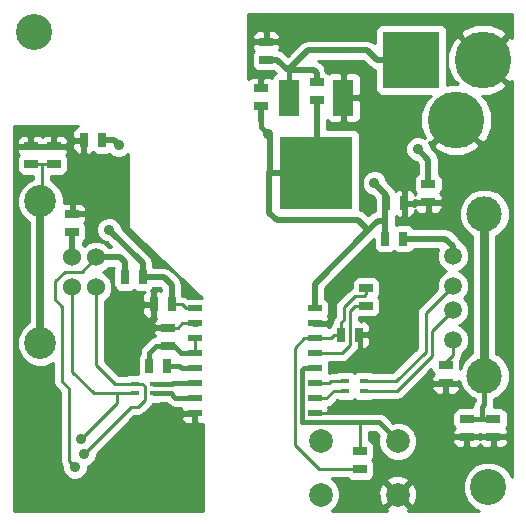
<source format=gtl>
%FSLAX34Y34*%
G04 Gerber Fmt 3.4, Leading zero omitted, Abs format*
G04 (created by PCBNEW (2013-11-28 BZR 4510)-product) date Tue 14 Jan 2014 05:10:39 PM EST*
%MOIN*%
G01*
G70*
G90*
G04 APERTURE LIST*
%ADD10C,0.005906*%
%ADD11C,0.059100*%
%ADD12C,0.118100*%
%ADD13C,0.060000*%
%ADD14C,0.106300*%
%ADD15C,0.189000*%
%ADD16R,0.189000X0.189000*%
%ADD17C,0.078700*%
%ADD18C,0.120000*%
%ADD19R,0.045000X0.020000*%
%ADD20R,0.065000X0.120000*%
%ADD21R,0.240000X0.240000*%
%ADD22R,0.031496X0.017717*%
%ADD23R,0.045000X0.025000*%
%ADD24R,0.025000X0.045000*%
%ADD25C,0.035000*%
%ADD26C,0.010000*%
%ADD27C,0.020000*%
%ADD28C,0.025000*%
%ADD29C,0.015000*%
%ADD30C,0.030000*%
G04 APERTURE END LIST*
G54D10*
G54D11*
X82850Y-46950D03*
X82850Y-45950D03*
X82850Y-45150D03*
X82850Y-44150D03*
G54D12*
X83900Y-48150D03*
X83900Y-42750D03*
G54D13*
X70950Y-44200D03*
X70950Y-45200D03*
X70163Y-45200D03*
X70163Y-44200D03*
G54D14*
X69100Y-42338D03*
X69100Y-47062D03*
G54D15*
X83860Y-37620D03*
G54D16*
X81460Y-37620D03*
G54D15*
X82960Y-39620D03*
G54D17*
X78450Y-52106D03*
X81010Y-50334D03*
X81010Y-52106D03*
X78450Y-50334D03*
G54D18*
X84035Y-51860D03*
X68875Y-36700D03*
G54D19*
X74250Y-45900D03*
X74250Y-46400D03*
X74250Y-46900D03*
X74250Y-47400D03*
X74250Y-47900D03*
X74250Y-48400D03*
X74250Y-48900D03*
X74250Y-49400D03*
X78250Y-49400D03*
X78250Y-48900D03*
X78250Y-48400D03*
X78250Y-47900D03*
X78250Y-47400D03*
X78250Y-46900D03*
X78250Y-46400D03*
X78250Y-45900D03*
G54D20*
X79200Y-38880D03*
G54D21*
X78300Y-41380D03*
G54D20*
X77400Y-38880D03*
G54D22*
X72884Y-48422D03*
X72255Y-48422D03*
X72255Y-48737D03*
X72884Y-48737D03*
X79884Y-48332D03*
X79255Y-48332D03*
X79255Y-48647D03*
X79884Y-48647D03*
G54D23*
X68780Y-41100D03*
X68780Y-40500D03*
X73340Y-47150D03*
X73340Y-46550D03*
G54D24*
X73470Y-45770D03*
X72870Y-45770D03*
G54D23*
X76620Y-37610D03*
X76620Y-37010D03*
X76450Y-39160D03*
X76450Y-38560D03*
G54D24*
X80620Y-42400D03*
X81220Y-42400D03*
X79720Y-46780D03*
X79120Y-46780D03*
G54D23*
X83310Y-49580D03*
X83310Y-50180D03*
X78310Y-38960D03*
X78310Y-38360D03*
G54D24*
X72510Y-44870D03*
X71910Y-44870D03*
G54D23*
X70160Y-43350D03*
X70160Y-42750D03*
G54D24*
X80600Y-43575D03*
X81200Y-43575D03*
G54D23*
X82610Y-47800D03*
X82610Y-48400D03*
X69550Y-41100D03*
X69550Y-40500D03*
G54D24*
X71140Y-40300D03*
X70540Y-40300D03*
G54D23*
X82030Y-41770D03*
X82030Y-42370D03*
G54D24*
X72730Y-47810D03*
X73330Y-47810D03*
G54D23*
X79950Y-45210D03*
X79950Y-45810D03*
X79750Y-51270D03*
X79750Y-50670D03*
X84200Y-49580D03*
X84200Y-50180D03*
G54D25*
X82620Y-42930D03*
X81900Y-44200D03*
X78710Y-37960D03*
X71850Y-50190D03*
X71850Y-47880D03*
X71710Y-40450D03*
X81680Y-40590D03*
X70250Y-51190D03*
X70440Y-50270D03*
X70550Y-50750D03*
X71390Y-43280D03*
X76690Y-40080D03*
X80230Y-41730D03*
G54D26*
X79720Y-46780D02*
X80510Y-46780D01*
G54D27*
X82620Y-42930D02*
X82630Y-42930D01*
G54D26*
X81900Y-45390D02*
X81900Y-44200D01*
X80510Y-46780D02*
X81900Y-45390D01*
X78250Y-49400D02*
X78740Y-49400D01*
X78740Y-49400D02*
X78830Y-49310D01*
X79884Y-48647D02*
X80992Y-48647D01*
X82160Y-46640D02*
X82850Y-45950D01*
X82160Y-47480D02*
X82160Y-46640D01*
X80992Y-48647D02*
X82160Y-47480D01*
X79884Y-48332D02*
X80957Y-48332D01*
X81940Y-46060D02*
X82850Y-45150D01*
X81940Y-47350D02*
X81940Y-46060D01*
X80957Y-48332D02*
X81940Y-47350D01*
X73340Y-46550D02*
X72340Y-46550D01*
X71850Y-50190D02*
X71860Y-50200D01*
X71850Y-47040D02*
X71850Y-47880D01*
X72340Y-46550D02*
X71850Y-47040D01*
X73340Y-46550D02*
X73680Y-46550D01*
X73830Y-46400D02*
X74250Y-46400D01*
X73680Y-46550D02*
X73830Y-46400D01*
X69140Y-41100D02*
X69140Y-42298D01*
X69140Y-42298D02*
X69100Y-42338D01*
X69550Y-41100D02*
X69140Y-41100D01*
X69140Y-41100D02*
X68780Y-41100D01*
G54D28*
X69100Y-47062D02*
X69100Y-42338D01*
G54D27*
X77340Y-37970D02*
X78230Y-37970D01*
X78310Y-38050D02*
X78310Y-38360D01*
X78230Y-37970D02*
X78310Y-38050D01*
X76620Y-37610D02*
X76980Y-37610D01*
X76980Y-37610D02*
X77340Y-37970D01*
X81460Y-37620D02*
X80320Y-37620D01*
X78010Y-37300D02*
X77340Y-37970D01*
X80000Y-37300D02*
X78010Y-37300D01*
X80320Y-37620D02*
X80000Y-37300D01*
G54D29*
X77400Y-38030D02*
X77400Y-38880D01*
X77340Y-37970D02*
X77400Y-38030D01*
G54D30*
X83900Y-42750D02*
X83900Y-48150D01*
G54D29*
X83900Y-48150D02*
X83900Y-49100D01*
X83820Y-49180D02*
X83820Y-49580D01*
X83900Y-49100D02*
X83820Y-49180D01*
X84200Y-49580D02*
X83820Y-49580D01*
X83820Y-49580D02*
X83310Y-49580D01*
G54D27*
X71140Y-40300D02*
X71560Y-40300D01*
X71560Y-40300D02*
X71710Y-40450D01*
X82030Y-40940D02*
X82030Y-41770D01*
X81680Y-40590D02*
X82030Y-40940D01*
G54D26*
X70470Y-44680D02*
X70950Y-44200D01*
X69910Y-44680D02*
X70470Y-44680D01*
X69590Y-45000D02*
X69910Y-44680D01*
X69590Y-45600D02*
X69590Y-45000D01*
X69830Y-45840D02*
X69590Y-45600D01*
X69830Y-48340D02*
X69830Y-45840D01*
X70060Y-48570D02*
X69830Y-48340D01*
X70060Y-51000D02*
X70060Y-48570D01*
X70250Y-51190D02*
X70060Y-51000D01*
G54D27*
X71910Y-44870D02*
X71910Y-44370D01*
X71740Y-44200D02*
X70950Y-44200D01*
X71910Y-44370D02*
X71740Y-44200D01*
X70163Y-44200D02*
X70163Y-43353D01*
X70163Y-43353D02*
X70160Y-43350D01*
X82850Y-44150D02*
X82850Y-43830D01*
X82595Y-43575D02*
X81200Y-43575D01*
X82850Y-43830D02*
X82595Y-43575D01*
G54D26*
X82610Y-47800D02*
X82610Y-47700D01*
X82850Y-47460D02*
X82850Y-46950D01*
X82610Y-47700D02*
X82850Y-47460D01*
G54D29*
X72884Y-48737D02*
X73437Y-48737D01*
X73600Y-48900D02*
X74250Y-48900D01*
X73437Y-48737D02*
X73600Y-48900D01*
X72884Y-48422D02*
X73487Y-48422D01*
X73510Y-48400D02*
X74250Y-48400D01*
X73487Y-48422D02*
X73510Y-48400D01*
G54D26*
X78250Y-48400D02*
X78730Y-48400D01*
X78797Y-48332D02*
X79255Y-48332D01*
X78730Y-48400D02*
X78797Y-48332D01*
X78250Y-48900D02*
X78630Y-48900D01*
X78882Y-48647D02*
X79255Y-48647D01*
X78630Y-48900D02*
X78882Y-48647D01*
X79750Y-50670D02*
X79750Y-49700D01*
X79730Y-49720D02*
X79730Y-49700D01*
X79750Y-49700D02*
X79730Y-49720D01*
G54D29*
X78250Y-47900D02*
X77870Y-47900D01*
X80376Y-49700D02*
X81010Y-50334D01*
X77830Y-49700D02*
X79730Y-49700D01*
X79730Y-49700D02*
X80376Y-49700D01*
X77810Y-49680D02*
X77830Y-49700D01*
X77810Y-47960D02*
X77810Y-49680D01*
X77870Y-47900D02*
X77810Y-47960D01*
G54D26*
X78250Y-47400D02*
X79140Y-47400D01*
X79600Y-45810D02*
X79950Y-45810D01*
X79430Y-45980D02*
X79600Y-45810D01*
X79430Y-47110D02*
X79430Y-45980D01*
X79140Y-47400D02*
X79430Y-47110D01*
G54D29*
X74250Y-47900D02*
X73820Y-47900D01*
X73730Y-47810D02*
X73330Y-47810D01*
X73820Y-47900D02*
X73730Y-47810D01*
G54D26*
X71650Y-49060D02*
X71650Y-48737D01*
X70440Y-50270D02*
X71650Y-49060D01*
X72255Y-48737D02*
X71650Y-48737D01*
X71650Y-48737D02*
X71050Y-48737D01*
X71050Y-48737D02*
X70877Y-48737D01*
X70163Y-48023D02*
X70163Y-45200D01*
X70877Y-48737D02*
X70163Y-48023D01*
X72502Y-48422D02*
X72255Y-48422D01*
X72570Y-48490D02*
X72502Y-48422D01*
X72570Y-48970D02*
X72570Y-48490D01*
X72350Y-49190D02*
X72570Y-48970D01*
X72110Y-49190D02*
X72350Y-49190D01*
X70550Y-50750D02*
X72110Y-49190D01*
X72255Y-48422D02*
X71582Y-48422D01*
X70950Y-47790D02*
X70950Y-45200D01*
X71582Y-48422D02*
X70950Y-47790D01*
G54D27*
X72510Y-44870D02*
X72510Y-44400D01*
X72510Y-44400D02*
X71390Y-43280D01*
X72510Y-44870D02*
X73220Y-44870D01*
X73470Y-45120D02*
X73470Y-45770D01*
X73220Y-44870D02*
X73470Y-45120D01*
G54D26*
X73470Y-45770D02*
X73820Y-45770D01*
X73950Y-45900D02*
X74250Y-45900D01*
X73820Y-45770D02*
X73950Y-45900D01*
G54D27*
X76740Y-41380D02*
X76740Y-40130D01*
X76740Y-40130D02*
X76690Y-40080D01*
X76450Y-39670D02*
X76450Y-39160D01*
G54D29*
X76690Y-40080D02*
X76450Y-39840D01*
X76450Y-39840D02*
X76450Y-39670D01*
G54D27*
X78300Y-41380D02*
X76740Y-41380D01*
X76740Y-41380D02*
X76720Y-41360D01*
X78310Y-38960D02*
X78310Y-41370D01*
X78310Y-41370D02*
X78300Y-41380D01*
X80620Y-42400D02*
X80620Y-42120D01*
X80620Y-42120D02*
X80230Y-41730D01*
X79700Y-42960D02*
X80035Y-43295D01*
X76720Y-41360D02*
X76720Y-42710D01*
X76720Y-42710D02*
X76970Y-42960D01*
X76970Y-42960D02*
X79700Y-42960D01*
X80600Y-42980D02*
X80350Y-42980D01*
X80350Y-42980D02*
X80035Y-43295D01*
X78250Y-45080D02*
X78250Y-45900D01*
X80035Y-43295D02*
X78250Y-45080D01*
X80600Y-43575D02*
X80600Y-42980D01*
X80600Y-42980D02*
X80600Y-42970D01*
X80600Y-42970D02*
X80600Y-42420D01*
X80600Y-42420D02*
X80620Y-42400D01*
G54D29*
X72730Y-47810D02*
X72730Y-47380D01*
X72960Y-47150D02*
X73340Y-47150D01*
X72730Y-47380D02*
X72960Y-47150D01*
X73340Y-47150D02*
X73550Y-47150D01*
X73800Y-47400D02*
X74250Y-47400D01*
X73550Y-47150D02*
X73800Y-47400D01*
G54D26*
X74250Y-46900D02*
X74250Y-47400D01*
X79120Y-46780D02*
X79120Y-46370D01*
X79950Y-45420D02*
X79950Y-45210D01*
X79880Y-45490D02*
X79950Y-45420D01*
X79590Y-45490D02*
X79880Y-45490D01*
X79210Y-45870D02*
X79590Y-45490D01*
X79210Y-46280D02*
X79210Y-45870D01*
X79120Y-46370D02*
X79210Y-46280D01*
X78250Y-46900D02*
X78770Y-46900D01*
X78890Y-46780D02*
X79120Y-46780D01*
X78770Y-46900D02*
X78890Y-46780D01*
X78250Y-46900D02*
X77900Y-46900D01*
X78380Y-51270D02*
X79750Y-51270D01*
X77570Y-50460D02*
X78380Y-51270D01*
X77570Y-47230D02*
X77570Y-50460D01*
X77900Y-46900D02*
X77570Y-47230D01*
G54D10*
G36*
X82631Y-44649D02*
X82541Y-44687D01*
X82387Y-44840D01*
X82304Y-45041D01*
X82304Y-45258D01*
X82308Y-45267D01*
X81727Y-45847D01*
X81662Y-45945D01*
X81640Y-46060D01*
X81640Y-47225D01*
X80833Y-48032D01*
X80184Y-48032D01*
X80184Y-48031D01*
X80095Y-47995D01*
X80095Y-47054D01*
X80095Y-46955D01*
X80095Y-46892D01*
X80032Y-46830D01*
X79770Y-46830D01*
X79770Y-47192D01*
X79832Y-47255D01*
X79894Y-47255D01*
X79986Y-47216D01*
X80056Y-47146D01*
X80095Y-47054D01*
X80095Y-47995D01*
X80092Y-47993D01*
X79992Y-47993D01*
X79677Y-47993D01*
X79585Y-48031D01*
X79570Y-48047D01*
X79554Y-48031D01*
X79462Y-47993D01*
X79362Y-47993D01*
X79047Y-47993D01*
X78955Y-48031D01*
X78955Y-48032D01*
X78797Y-48032D01*
X78725Y-48046D01*
X78725Y-47950D01*
X78725Y-47750D01*
X78704Y-47700D01*
X79140Y-47700D01*
X79140Y-47699D01*
X79254Y-47677D01*
X79254Y-47677D01*
X79352Y-47612D01*
X79642Y-47322D01*
X79642Y-47322D01*
X79681Y-47263D01*
X79707Y-47224D01*
X79707Y-47224D01*
X79730Y-47110D01*
X79730Y-46722D01*
X79770Y-46722D01*
X79770Y-46730D01*
X80032Y-46730D01*
X80095Y-46667D01*
X80095Y-46604D01*
X80095Y-46505D01*
X80056Y-46413D01*
X79986Y-46343D01*
X79894Y-46305D01*
X79832Y-46305D01*
X79770Y-46367D01*
X79770Y-46305D01*
X79730Y-46305D01*
X79730Y-46185D01*
X79774Y-46185D01*
X80224Y-46185D01*
X80316Y-46146D01*
X80386Y-46076D01*
X80425Y-45984D01*
X80425Y-45885D01*
X80425Y-45635D01*
X80386Y-45543D01*
X80353Y-45510D01*
X80386Y-45476D01*
X80425Y-45384D01*
X80425Y-45285D01*
X80425Y-45035D01*
X80386Y-44943D01*
X80316Y-44873D01*
X80224Y-44835D01*
X80125Y-44835D01*
X79675Y-44835D01*
X79583Y-44873D01*
X79513Y-44943D01*
X79475Y-45035D01*
X79475Y-45134D01*
X79475Y-45212D01*
X79377Y-45277D01*
X78997Y-45657D01*
X78932Y-45755D01*
X78910Y-45870D01*
X78910Y-46155D01*
X78907Y-46157D01*
X78842Y-46255D01*
X78820Y-46370D01*
X78820Y-46376D01*
X78783Y-46413D01*
X78745Y-46505D01*
X78745Y-46523D01*
X78725Y-46536D01*
X78725Y-46512D01*
X78662Y-46450D01*
X78300Y-46450D01*
X78300Y-46457D01*
X78200Y-46457D01*
X78200Y-46450D01*
X78192Y-46450D01*
X78192Y-46350D01*
X78200Y-46350D01*
X78200Y-46342D01*
X78300Y-46342D01*
X78300Y-46350D01*
X78662Y-46350D01*
X78725Y-46287D01*
X78725Y-46250D01*
X78686Y-46158D01*
X78678Y-46150D01*
X78686Y-46141D01*
X78725Y-46049D01*
X78725Y-45950D01*
X78725Y-45750D01*
X78686Y-45658D01*
X78616Y-45588D01*
X78600Y-45581D01*
X78600Y-45224D01*
X80225Y-43599D01*
X80225Y-43849D01*
X80263Y-43941D01*
X80333Y-44011D01*
X80425Y-44050D01*
X80524Y-44050D01*
X80774Y-44050D01*
X80866Y-44011D01*
X80899Y-43978D01*
X80933Y-44011D01*
X81025Y-44050D01*
X81124Y-44050D01*
X81374Y-44050D01*
X81466Y-44011D01*
X81536Y-43941D01*
X81543Y-43925D01*
X82352Y-43925D01*
X82304Y-44041D01*
X82304Y-44258D01*
X82387Y-44458D01*
X82540Y-44612D01*
X82631Y-44649D01*
X82631Y-44649D01*
G37*
G54D26*
X82631Y-44649D02*
X82541Y-44687D01*
X82387Y-44840D01*
X82304Y-45041D01*
X82304Y-45258D01*
X82308Y-45267D01*
X81727Y-45847D01*
X81662Y-45945D01*
X81640Y-46060D01*
X81640Y-47225D01*
X80833Y-48032D01*
X80184Y-48032D01*
X80184Y-48031D01*
X80095Y-47995D01*
X80095Y-47054D01*
X80095Y-46955D01*
X80095Y-46892D01*
X80032Y-46830D01*
X79770Y-46830D01*
X79770Y-47192D01*
X79832Y-47255D01*
X79894Y-47255D01*
X79986Y-47216D01*
X80056Y-47146D01*
X80095Y-47054D01*
X80095Y-47995D01*
X80092Y-47993D01*
X79992Y-47993D01*
X79677Y-47993D01*
X79585Y-48031D01*
X79570Y-48047D01*
X79554Y-48031D01*
X79462Y-47993D01*
X79362Y-47993D01*
X79047Y-47993D01*
X78955Y-48031D01*
X78955Y-48032D01*
X78797Y-48032D01*
X78725Y-48046D01*
X78725Y-47950D01*
X78725Y-47750D01*
X78704Y-47700D01*
X79140Y-47700D01*
X79140Y-47699D01*
X79254Y-47677D01*
X79254Y-47677D01*
X79352Y-47612D01*
X79642Y-47322D01*
X79642Y-47322D01*
X79681Y-47263D01*
X79707Y-47224D01*
X79707Y-47224D01*
X79730Y-47110D01*
X79730Y-46722D01*
X79770Y-46722D01*
X79770Y-46730D01*
X80032Y-46730D01*
X80095Y-46667D01*
X80095Y-46604D01*
X80095Y-46505D01*
X80056Y-46413D01*
X79986Y-46343D01*
X79894Y-46305D01*
X79832Y-46305D01*
X79770Y-46367D01*
X79770Y-46305D01*
X79730Y-46305D01*
X79730Y-46185D01*
X79774Y-46185D01*
X80224Y-46185D01*
X80316Y-46146D01*
X80386Y-46076D01*
X80425Y-45984D01*
X80425Y-45885D01*
X80425Y-45635D01*
X80386Y-45543D01*
X80353Y-45510D01*
X80386Y-45476D01*
X80425Y-45384D01*
X80425Y-45285D01*
X80425Y-45035D01*
X80386Y-44943D01*
X80316Y-44873D01*
X80224Y-44835D01*
X80125Y-44835D01*
X79675Y-44835D01*
X79583Y-44873D01*
X79513Y-44943D01*
X79475Y-45035D01*
X79475Y-45134D01*
X79475Y-45212D01*
X79377Y-45277D01*
X78997Y-45657D01*
X78932Y-45755D01*
X78910Y-45870D01*
X78910Y-46155D01*
X78907Y-46157D01*
X78842Y-46255D01*
X78820Y-46370D01*
X78820Y-46376D01*
X78783Y-46413D01*
X78745Y-46505D01*
X78745Y-46523D01*
X78725Y-46536D01*
X78725Y-46512D01*
X78662Y-46450D01*
X78300Y-46450D01*
X78300Y-46457D01*
X78200Y-46457D01*
X78200Y-46450D01*
X78192Y-46450D01*
X78192Y-46350D01*
X78200Y-46350D01*
X78200Y-46342D01*
X78300Y-46342D01*
X78300Y-46350D01*
X78662Y-46350D01*
X78725Y-46287D01*
X78725Y-46250D01*
X78686Y-46158D01*
X78678Y-46150D01*
X78686Y-46141D01*
X78725Y-46049D01*
X78725Y-45950D01*
X78725Y-45750D01*
X78686Y-45658D01*
X78616Y-45588D01*
X78600Y-45581D01*
X78600Y-45224D01*
X80225Y-43599D01*
X80225Y-43849D01*
X80263Y-43941D01*
X80333Y-44011D01*
X80425Y-44050D01*
X80524Y-44050D01*
X80774Y-44050D01*
X80866Y-44011D01*
X80899Y-43978D01*
X80933Y-44011D01*
X81025Y-44050D01*
X81124Y-44050D01*
X81374Y-44050D01*
X81466Y-44011D01*
X81536Y-43941D01*
X81543Y-43925D01*
X82352Y-43925D01*
X82304Y-44041D01*
X82304Y-44258D01*
X82387Y-44458D01*
X82540Y-44612D01*
X82631Y-44649D01*
G54D10*
G36*
X84810Y-51509D02*
X84756Y-51379D01*
X84675Y-51297D01*
X84675Y-50354D01*
X84675Y-50292D01*
X84612Y-50230D01*
X84250Y-50230D01*
X84250Y-50492D01*
X84312Y-50555D01*
X84375Y-50555D01*
X84474Y-50555D01*
X84566Y-50516D01*
X84636Y-50446D01*
X84675Y-50354D01*
X84675Y-51297D01*
X84517Y-51139D01*
X84204Y-51010D01*
X84150Y-51010D01*
X84150Y-50492D01*
X84150Y-50230D01*
X83787Y-50230D01*
X83755Y-50262D01*
X83722Y-50230D01*
X83360Y-50230D01*
X83360Y-50492D01*
X83422Y-50555D01*
X83485Y-50555D01*
X83584Y-50555D01*
X83676Y-50516D01*
X83746Y-50446D01*
X83755Y-50427D01*
X83763Y-50446D01*
X83833Y-50516D01*
X83925Y-50555D01*
X84024Y-50555D01*
X84087Y-50555D01*
X84150Y-50492D01*
X84150Y-51010D01*
X83866Y-51009D01*
X83554Y-51138D01*
X83314Y-51377D01*
X83260Y-51509D01*
X83260Y-50492D01*
X83260Y-50230D01*
X82897Y-50230D01*
X82835Y-50292D01*
X82835Y-50354D01*
X82873Y-50446D01*
X82943Y-50516D01*
X83035Y-50555D01*
X83134Y-50555D01*
X83197Y-50555D01*
X83260Y-50492D01*
X83260Y-51509D01*
X83185Y-51690D01*
X83184Y-52028D01*
X83313Y-52340D01*
X83552Y-52580D01*
X83733Y-52655D01*
X82560Y-52655D01*
X82560Y-48712D01*
X82560Y-48450D01*
X82197Y-48450D01*
X82135Y-48512D01*
X82135Y-48574D01*
X82173Y-48666D01*
X82243Y-48736D01*
X82335Y-48775D01*
X82434Y-48775D01*
X82497Y-48775D01*
X82560Y-48712D01*
X82560Y-52655D01*
X81657Y-52655D01*
X81657Y-52210D01*
X81648Y-51954D01*
X81568Y-51761D01*
X81463Y-51723D01*
X81392Y-51793D01*
X81392Y-51652D01*
X81354Y-51547D01*
X81114Y-51458D01*
X80858Y-51467D01*
X80665Y-51547D01*
X80627Y-51652D01*
X81010Y-52035D01*
X81392Y-51652D01*
X81392Y-51793D01*
X81080Y-52106D01*
X81463Y-52488D01*
X81568Y-52450D01*
X81657Y-52210D01*
X81657Y-52655D01*
X81357Y-52655D01*
X81392Y-52559D01*
X81010Y-52176D01*
X80939Y-52247D01*
X80939Y-52106D01*
X80556Y-51723D01*
X80451Y-51761D01*
X80362Y-52001D01*
X80371Y-52257D01*
X80451Y-52450D01*
X80556Y-52488D01*
X80939Y-52106D01*
X80939Y-52247D01*
X80627Y-52559D01*
X80662Y-52655D01*
X78806Y-52655D01*
X78814Y-52651D01*
X78995Y-52470D01*
X79093Y-52234D01*
X79093Y-51978D01*
X78995Y-51741D01*
X78824Y-51570D01*
X79346Y-51570D01*
X79383Y-51606D01*
X79475Y-51645D01*
X79574Y-51645D01*
X80024Y-51645D01*
X80116Y-51606D01*
X80186Y-51536D01*
X80225Y-51444D01*
X80225Y-51345D01*
X80225Y-51095D01*
X80186Y-51003D01*
X80153Y-50970D01*
X80186Y-50936D01*
X80225Y-50844D01*
X80225Y-50745D01*
X80225Y-50495D01*
X80186Y-50403D01*
X80116Y-50333D01*
X80050Y-50305D01*
X80050Y-50025D01*
X80241Y-50025D01*
X80382Y-50166D01*
X80366Y-50205D01*
X80366Y-50461D01*
X80464Y-50698D01*
X80645Y-50879D01*
X80881Y-50977D01*
X81137Y-50977D01*
X81374Y-50879D01*
X81555Y-50698D01*
X81653Y-50462D01*
X81653Y-50206D01*
X81555Y-49969D01*
X81374Y-49788D01*
X81138Y-49690D01*
X80882Y-49690D01*
X80842Y-49706D01*
X80605Y-49470D01*
X80500Y-49399D01*
X80376Y-49375D01*
X79730Y-49375D01*
X78725Y-49375D01*
X78725Y-49349D01*
X78662Y-49349D01*
X78725Y-49287D01*
X78725Y-49250D01*
X78698Y-49186D01*
X78744Y-49177D01*
X78744Y-49177D01*
X78842Y-49112D01*
X78991Y-48962D01*
X79047Y-48986D01*
X79147Y-48986D01*
X79462Y-48986D01*
X79554Y-48948D01*
X79569Y-48932D01*
X79585Y-48948D01*
X79677Y-48986D01*
X79777Y-48986D01*
X80092Y-48986D01*
X80184Y-48948D01*
X80184Y-48947D01*
X80992Y-48947D01*
X80992Y-48947D01*
X81107Y-48924D01*
X81107Y-48924D01*
X81204Y-48859D01*
X82135Y-47929D01*
X82135Y-47974D01*
X82173Y-48066D01*
X82206Y-48100D01*
X82173Y-48133D01*
X82135Y-48225D01*
X82135Y-48287D01*
X82197Y-48350D01*
X82560Y-48350D01*
X82560Y-48342D01*
X82660Y-48342D01*
X82660Y-48350D01*
X83022Y-48350D01*
X83059Y-48313D01*
X83059Y-48316D01*
X83187Y-48625D01*
X83423Y-48862D01*
X83575Y-48925D01*
X83575Y-48972D01*
X83519Y-49055D01*
X83495Y-49180D01*
X83495Y-49205D01*
X83485Y-49205D01*
X83085Y-49205D01*
X83085Y-48574D01*
X83085Y-48512D01*
X83022Y-48450D01*
X82660Y-48450D01*
X82660Y-48712D01*
X82722Y-48775D01*
X82785Y-48775D01*
X82884Y-48775D01*
X82976Y-48736D01*
X83046Y-48666D01*
X83085Y-48574D01*
X83085Y-49205D01*
X83035Y-49205D01*
X82943Y-49243D01*
X82873Y-49313D01*
X82835Y-49405D01*
X82835Y-49504D01*
X82835Y-49754D01*
X82873Y-49846D01*
X82906Y-49880D01*
X82873Y-49913D01*
X82835Y-50005D01*
X82835Y-50067D01*
X82897Y-50130D01*
X83260Y-50130D01*
X83260Y-50122D01*
X83360Y-50122D01*
X83360Y-50130D01*
X83722Y-50130D01*
X83755Y-50097D01*
X83787Y-50130D01*
X84150Y-50130D01*
X84150Y-50122D01*
X84250Y-50122D01*
X84250Y-50130D01*
X84612Y-50130D01*
X84675Y-50067D01*
X84675Y-50005D01*
X84636Y-49913D01*
X84603Y-49880D01*
X84636Y-49846D01*
X84675Y-49754D01*
X84675Y-49655D01*
X84675Y-49405D01*
X84636Y-49313D01*
X84566Y-49243D01*
X84474Y-49205D01*
X84375Y-49205D01*
X84204Y-49205D01*
X84225Y-49100D01*
X84225Y-48925D01*
X84375Y-48862D01*
X84612Y-48626D01*
X84740Y-48317D01*
X84740Y-47983D01*
X84612Y-47674D01*
X84376Y-47437D01*
X84300Y-47406D01*
X84300Y-43494D01*
X84375Y-43462D01*
X84612Y-43226D01*
X84740Y-42917D01*
X84740Y-42583D01*
X84612Y-42274D01*
X84376Y-42037D01*
X84155Y-41945D01*
X84067Y-41909D01*
X83741Y-41909D01*
X83741Y-40471D01*
X82960Y-39690D01*
X82889Y-39761D01*
X82178Y-40471D01*
X82284Y-40634D01*
X82724Y-40815D01*
X83199Y-40814D01*
X83635Y-40634D01*
X83741Y-40471D01*
X83741Y-41909D01*
X83733Y-41909D01*
X83424Y-42037D01*
X83187Y-42273D01*
X83059Y-42582D01*
X83059Y-42916D01*
X83187Y-43225D01*
X83423Y-43462D01*
X83500Y-43493D01*
X83500Y-47405D01*
X83424Y-47437D01*
X83187Y-47673D01*
X83085Y-47921D01*
X83085Y-47875D01*
X83085Y-47637D01*
X83085Y-47637D01*
X83127Y-47574D01*
X83127Y-47574D01*
X83150Y-47460D01*
X83150Y-47416D01*
X83158Y-47412D01*
X83312Y-47259D01*
X83395Y-47058D01*
X83395Y-46841D01*
X83312Y-46641D01*
X83159Y-46487D01*
X83068Y-46450D01*
X83158Y-46412D01*
X83312Y-46259D01*
X83395Y-46058D01*
X83395Y-45841D01*
X83312Y-45641D01*
X83221Y-45549D01*
X83312Y-45459D01*
X83395Y-45258D01*
X83395Y-45041D01*
X83312Y-44841D01*
X83159Y-44687D01*
X83068Y-44650D01*
X83158Y-44612D01*
X83312Y-44459D01*
X83395Y-44258D01*
X83395Y-44041D01*
X83312Y-43841D01*
X83174Y-43703D01*
X83173Y-43696D01*
X83173Y-43696D01*
X83097Y-43582D01*
X82842Y-43327D01*
X82728Y-43251D01*
X82595Y-43225D01*
X82505Y-43225D01*
X82505Y-42544D01*
X82505Y-42482D01*
X82442Y-42420D01*
X82080Y-42420D01*
X82080Y-42682D01*
X82142Y-42745D01*
X82205Y-42745D01*
X82304Y-42745D01*
X82396Y-42706D01*
X82466Y-42636D01*
X82505Y-42544D01*
X82505Y-43225D01*
X81980Y-43225D01*
X81980Y-42682D01*
X81980Y-42420D01*
X81617Y-42420D01*
X81560Y-42477D01*
X81532Y-42450D01*
X81270Y-42450D01*
X81270Y-42812D01*
X81332Y-42875D01*
X81394Y-42875D01*
X81486Y-42836D01*
X81556Y-42766D01*
X81595Y-42674D01*
X81595Y-42638D01*
X81663Y-42706D01*
X81755Y-42745D01*
X81854Y-42745D01*
X81917Y-42745D01*
X81980Y-42682D01*
X81980Y-43225D01*
X81543Y-43225D01*
X81536Y-43208D01*
X81466Y-43138D01*
X81374Y-43100D01*
X81275Y-43100D01*
X81025Y-43100D01*
X80950Y-43131D01*
X80950Y-42980D01*
X80950Y-42970D01*
X80950Y-42833D01*
X80953Y-42836D01*
X81045Y-42875D01*
X81107Y-42875D01*
X81170Y-42812D01*
X81170Y-42450D01*
X81162Y-42450D01*
X81162Y-42350D01*
X81170Y-42350D01*
X81170Y-41987D01*
X81107Y-41925D01*
X81045Y-41925D01*
X80953Y-41963D01*
X80938Y-41978D01*
X80867Y-41872D01*
X80655Y-41660D01*
X80655Y-41645D01*
X80590Y-41489D01*
X80471Y-41369D01*
X80314Y-41305D01*
X80145Y-41304D01*
X79989Y-41369D01*
X79869Y-41488D01*
X79805Y-41645D01*
X79804Y-41814D01*
X79869Y-41970D01*
X79988Y-42090D01*
X80145Y-42154D01*
X80159Y-42154D01*
X80245Y-42239D01*
X80245Y-42650D01*
X80216Y-42656D01*
X80102Y-42732D01*
X80035Y-42800D01*
X79947Y-42712D01*
X79833Y-42636D01*
X79775Y-42624D01*
X79775Y-39529D01*
X79775Y-39430D01*
X79775Y-38992D01*
X79775Y-38767D01*
X79775Y-38329D01*
X79775Y-38230D01*
X79736Y-38138D01*
X79666Y-38068D01*
X79574Y-38030D01*
X79312Y-38030D01*
X79250Y-38092D01*
X79250Y-38830D01*
X79712Y-38830D01*
X79775Y-38767D01*
X79775Y-38992D01*
X79712Y-38930D01*
X79250Y-38930D01*
X79250Y-39667D01*
X79312Y-39730D01*
X79574Y-39730D01*
X79666Y-39691D01*
X79736Y-39621D01*
X79775Y-39529D01*
X79775Y-42624D01*
X79750Y-42619D01*
X79750Y-42530D01*
X79750Y-40130D01*
X79711Y-40038D01*
X79641Y-39968D01*
X79549Y-39930D01*
X79450Y-39930D01*
X78660Y-39930D01*
X78660Y-39614D01*
X78663Y-39621D01*
X78733Y-39691D01*
X78825Y-39730D01*
X79087Y-39730D01*
X79150Y-39667D01*
X79150Y-38930D01*
X79142Y-38930D01*
X79142Y-38830D01*
X79150Y-38830D01*
X79150Y-38092D01*
X79087Y-38030D01*
X78825Y-38030D01*
X78733Y-38068D01*
X78727Y-38073D01*
X78676Y-38023D01*
X78652Y-38013D01*
X78633Y-37916D01*
X78633Y-37916D01*
X78557Y-37802D01*
X78477Y-37722D01*
X78368Y-37650D01*
X79855Y-37650D01*
X80072Y-37867D01*
X80186Y-37943D01*
X80186Y-37943D01*
X80265Y-37959D01*
X80265Y-38614D01*
X80303Y-38706D01*
X80373Y-38776D01*
X80465Y-38815D01*
X80564Y-38815D01*
X82084Y-38815D01*
X82108Y-38838D01*
X81945Y-38944D01*
X81764Y-39384D01*
X81765Y-39859D01*
X81918Y-40228D01*
X81764Y-40165D01*
X81595Y-40164D01*
X81439Y-40229D01*
X81319Y-40348D01*
X81255Y-40505D01*
X81254Y-40674D01*
X81319Y-40830D01*
X81438Y-40950D01*
X81595Y-41014D01*
X81609Y-41014D01*
X81680Y-41084D01*
X81680Y-41426D01*
X81663Y-41433D01*
X81593Y-41503D01*
X81555Y-41595D01*
X81555Y-41694D01*
X81555Y-41944D01*
X81593Y-42036D01*
X81626Y-42070D01*
X81593Y-42103D01*
X81589Y-42111D01*
X81556Y-42033D01*
X81486Y-41963D01*
X81394Y-41925D01*
X81332Y-41925D01*
X81270Y-41987D01*
X81270Y-42350D01*
X81532Y-42350D01*
X81590Y-42292D01*
X81617Y-42320D01*
X81980Y-42320D01*
X81980Y-42312D01*
X82080Y-42312D01*
X82080Y-42320D01*
X82442Y-42320D01*
X82505Y-42257D01*
X82505Y-42195D01*
X82466Y-42103D01*
X82433Y-42070D01*
X82466Y-42036D01*
X82505Y-41944D01*
X82505Y-41845D01*
X82505Y-41595D01*
X82466Y-41503D01*
X82396Y-41433D01*
X82380Y-41426D01*
X82380Y-40940D01*
X82353Y-40806D01*
X82353Y-40806D01*
X82277Y-40692D01*
X82105Y-40520D01*
X82105Y-40505D01*
X82044Y-40359D01*
X82108Y-40401D01*
X82889Y-39620D01*
X82883Y-39614D01*
X82954Y-39543D01*
X82960Y-39549D01*
X82965Y-39543D01*
X83036Y-39614D01*
X83030Y-39620D01*
X83811Y-40401D01*
X83974Y-40295D01*
X84155Y-39855D01*
X84154Y-39380D01*
X83974Y-38944D01*
X83811Y-38838D01*
X83835Y-38815D01*
X84099Y-38814D01*
X84535Y-38634D01*
X84641Y-38471D01*
X83860Y-37690D01*
X83854Y-37696D01*
X83789Y-37631D01*
X83783Y-37625D01*
X83789Y-37620D01*
X83008Y-36838D01*
X82845Y-36944D01*
X82664Y-37384D01*
X82665Y-37859D01*
X82845Y-38295D01*
X83008Y-38401D01*
X82984Y-38424D01*
X82720Y-38425D01*
X82655Y-38452D01*
X82655Y-36625D01*
X82616Y-36533D01*
X82546Y-36463D01*
X82454Y-36425D01*
X82355Y-36425D01*
X80465Y-36425D01*
X80373Y-36463D01*
X80303Y-36533D01*
X80265Y-36625D01*
X80265Y-36724D01*
X80265Y-37070D01*
X80247Y-37052D01*
X80133Y-36976D01*
X80000Y-36950D01*
X78010Y-36950D01*
X77876Y-36976D01*
X77762Y-37052D01*
X77340Y-37475D01*
X77227Y-37362D01*
X77113Y-37286D01*
X77057Y-37275D01*
X77095Y-37184D01*
X77095Y-37122D01*
X77095Y-36897D01*
X77095Y-36835D01*
X77056Y-36743D01*
X76986Y-36673D01*
X76894Y-36635D01*
X76795Y-36635D01*
X76732Y-36635D01*
X76670Y-36697D01*
X76670Y-36960D01*
X77032Y-36960D01*
X77095Y-36897D01*
X77095Y-37122D01*
X77032Y-37060D01*
X76670Y-37060D01*
X76670Y-37067D01*
X76570Y-37067D01*
X76570Y-37060D01*
X76570Y-36960D01*
X76570Y-36697D01*
X76507Y-36635D01*
X76444Y-36635D01*
X76345Y-36635D01*
X76253Y-36673D01*
X76183Y-36743D01*
X76145Y-36835D01*
X76145Y-36897D01*
X76207Y-36960D01*
X76570Y-36960D01*
X76570Y-37060D01*
X76207Y-37060D01*
X76145Y-37122D01*
X76145Y-37184D01*
X76183Y-37276D01*
X76216Y-37309D01*
X76183Y-37343D01*
X76145Y-37435D01*
X76145Y-37534D01*
X76145Y-37784D01*
X76183Y-37876D01*
X76253Y-37946D01*
X76345Y-37985D01*
X76444Y-37985D01*
X76860Y-37985D01*
X76940Y-38065D01*
X76933Y-38068D01*
X76863Y-38138D01*
X76825Y-38230D01*
X76825Y-38231D01*
X76816Y-38223D01*
X76724Y-38185D01*
X76625Y-38185D01*
X76562Y-38185D01*
X76500Y-38247D01*
X76500Y-38510D01*
X76507Y-38510D01*
X76507Y-38610D01*
X76500Y-38610D01*
X76500Y-38617D01*
X76400Y-38617D01*
X76400Y-38610D01*
X76392Y-38610D01*
X76392Y-38510D01*
X76400Y-38510D01*
X76400Y-38247D01*
X76337Y-38185D01*
X76274Y-38185D01*
X76175Y-38185D01*
X76083Y-38223D01*
X76033Y-38272D01*
X76020Y-36075D01*
X84810Y-36075D01*
X84810Y-36902D01*
X84711Y-36838D01*
X84641Y-36909D01*
X84641Y-36768D01*
X84535Y-36605D01*
X84095Y-36424D01*
X83620Y-36425D01*
X83184Y-36605D01*
X83078Y-36768D01*
X83860Y-37549D01*
X84641Y-36768D01*
X84641Y-36909D01*
X83930Y-37620D01*
X84711Y-38401D01*
X84810Y-38337D01*
X84810Y-51509D01*
X84810Y-51509D01*
G37*
G54D26*
X84810Y-51509D02*
X84756Y-51379D01*
X84675Y-51297D01*
X84675Y-50354D01*
X84675Y-50292D01*
X84612Y-50230D01*
X84250Y-50230D01*
X84250Y-50492D01*
X84312Y-50555D01*
X84375Y-50555D01*
X84474Y-50555D01*
X84566Y-50516D01*
X84636Y-50446D01*
X84675Y-50354D01*
X84675Y-51297D01*
X84517Y-51139D01*
X84204Y-51010D01*
X84150Y-51010D01*
X84150Y-50492D01*
X84150Y-50230D01*
X83787Y-50230D01*
X83755Y-50262D01*
X83722Y-50230D01*
X83360Y-50230D01*
X83360Y-50492D01*
X83422Y-50555D01*
X83485Y-50555D01*
X83584Y-50555D01*
X83676Y-50516D01*
X83746Y-50446D01*
X83755Y-50427D01*
X83763Y-50446D01*
X83833Y-50516D01*
X83925Y-50555D01*
X84024Y-50555D01*
X84087Y-50555D01*
X84150Y-50492D01*
X84150Y-51010D01*
X83866Y-51009D01*
X83554Y-51138D01*
X83314Y-51377D01*
X83260Y-51509D01*
X83260Y-50492D01*
X83260Y-50230D01*
X82897Y-50230D01*
X82835Y-50292D01*
X82835Y-50354D01*
X82873Y-50446D01*
X82943Y-50516D01*
X83035Y-50555D01*
X83134Y-50555D01*
X83197Y-50555D01*
X83260Y-50492D01*
X83260Y-51509D01*
X83185Y-51690D01*
X83184Y-52028D01*
X83313Y-52340D01*
X83552Y-52580D01*
X83733Y-52655D01*
X82560Y-52655D01*
X82560Y-48712D01*
X82560Y-48450D01*
X82197Y-48450D01*
X82135Y-48512D01*
X82135Y-48574D01*
X82173Y-48666D01*
X82243Y-48736D01*
X82335Y-48775D01*
X82434Y-48775D01*
X82497Y-48775D01*
X82560Y-48712D01*
X82560Y-52655D01*
X81657Y-52655D01*
X81657Y-52210D01*
X81648Y-51954D01*
X81568Y-51761D01*
X81463Y-51723D01*
X81392Y-51793D01*
X81392Y-51652D01*
X81354Y-51547D01*
X81114Y-51458D01*
X80858Y-51467D01*
X80665Y-51547D01*
X80627Y-51652D01*
X81010Y-52035D01*
X81392Y-51652D01*
X81392Y-51793D01*
X81080Y-52106D01*
X81463Y-52488D01*
X81568Y-52450D01*
X81657Y-52210D01*
X81657Y-52655D01*
X81357Y-52655D01*
X81392Y-52559D01*
X81010Y-52176D01*
X80939Y-52247D01*
X80939Y-52106D01*
X80556Y-51723D01*
X80451Y-51761D01*
X80362Y-52001D01*
X80371Y-52257D01*
X80451Y-52450D01*
X80556Y-52488D01*
X80939Y-52106D01*
X80939Y-52247D01*
X80627Y-52559D01*
X80662Y-52655D01*
X78806Y-52655D01*
X78814Y-52651D01*
X78995Y-52470D01*
X79093Y-52234D01*
X79093Y-51978D01*
X78995Y-51741D01*
X78824Y-51570D01*
X79346Y-51570D01*
X79383Y-51606D01*
X79475Y-51645D01*
X79574Y-51645D01*
X80024Y-51645D01*
X80116Y-51606D01*
X80186Y-51536D01*
X80225Y-51444D01*
X80225Y-51345D01*
X80225Y-51095D01*
X80186Y-51003D01*
X80153Y-50970D01*
X80186Y-50936D01*
X80225Y-50844D01*
X80225Y-50745D01*
X80225Y-50495D01*
X80186Y-50403D01*
X80116Y-50333D01*
X80050Y-50305D01*
X80050Y-50025D01*
X80241Y-50025D01*
X80382Y-50166D01*
X80366Y-50205D01*
X80366Y-50461D01*
X80464Y-50698D01*
X80645Y-50879D01*
X80881Y-50977D01*
X81137Y-50977D01*
X81374Y-50879D01*
X81555Y-50698D01*
X81653Y-50462D01*
X81653Y-50206D01*
X81555Y-49969D01*
X81374Y-49788D01*
X81138Y-49690D01*
X80882Y-49690D01*
X80842Y-49706D01*
X80605Y-49470D01*
X80500Y-49399D01*
X80376Y-49375D01*
X79730Y-49375D01*
X78725Y-49375D01*
X78725Y-49349D01*
X78662Y-49349D01*
X78725Y-49287D01*
X78725Y-49250D01*
X78698Y-49186D01*
X78744Y-49177D01*
X78744Y-49177D01*
X78842Y-49112D01*
X78991Y-48962D01*
X79047Y-48986D01*
X79147Y-48986D01*
X79462Y-48986D01*
X79554Y-48948D01*
X79569Y-48932D01*
X79585Y-48948D01*
X79677Y-48986D01*
X79777Y-48986D01*
X80092Y-48986D01*
X80184Y-48948D01*
X80184Y-48947D01*
X80992Y-48947D01*
X80992Y-48947D01*
X81107Y-48924D01*
X81107Y-48924D01*
X81204Y-48859D01*
X82135Y-47929D01*
X82135Y-47974D01*
X82173Y-48066D01*
X82206Y-48100D01*
X82173Y-48133D01*
X82135Y-48225D01*
X82135Y-48287D01*
X82197Y-48350D01*
X82560Y-48350D01*
X82560Y-48342D01*
X82660Y-48342D01*
X82660Y-48350D01*
X83022Y-48350D01*
X83059Y-48313D01*
X83059Y-48316D01*
X83187Y-48625D01*
X83423Y-48862D01*
X83575Y-48925D01*
X83575Y-48972D01*
X83519Y-49055D01*
X83495Y-49180D01*
X83495Y-49205D01*
X83485Y-49205D01*
X83085Y-49205D01*
X83085Y-48574D01*
X83085Y-48512D01*
X83022Y-48450D01*
X82660Y-48450D01*
X82660Y-48712D01*
X82722Y-48775D01*
X82785Y-48775D01*
X82884Y-48775D01*
X82976Y-48736D01*
X83046Y-48666D01*
X83085Y-48574D01*
X83085Y-49205D01*
X83035Y-49205D01*
X82943Y-49243D01*
X82873Y-49313D01*
X82835Y-49405D01*
X82835Y-49504D01*
X82835Y-49754D01*
X82873Y-49846D01*
X82906Y-49880D01*
X82873Y-49913D01*
X82835Y-50005D01*
X82835Y-50067D01*
X82897Y-50130D01*
X83260Y-50130D01*
X83260Y-50122D01*
X83360Y-50122D01*
X83360Y-50130D01*
X83722Y-50130D01*
X83755Y-50097D01*
X83787Y-50130D01*
X84150Y-50130D01*
X84150Y-50122D01*
X84250Y-50122D01*
X84250Y-50130D01*
X84612Y-50130D01*
X84675Y-50067D01*
X84675Y-50005D01*
X84636Y-49913D01*
X84603Y-49880D01*
X84636Y-49846D01*
X84675Y-49754D01*
X84675Y-49655D01*
X84675Y-49405D01*
X84636Y-49313D01*
X84566Y-49243D01*
X84474Y-49205D01*
X84375Y-49205D01*
X84204Y-49205D01*
X84225Y-49100D01*
X84225Y-48925D01*
X84375Y-48862D01*
X84612Y-48626D01*
X84740Y-48317D01*
X84740Y-47983D01*
X84612Y-47674D01*
X84376Y-47437D01*
X84300Y-47406D01*
X84300Y-43494D01*
X84375Y-43462D01*
X84612Y-43226D01*
X84740Y-42917D01*
X84740Y-42583D01*
X84612Y-42274D01*
X84376Y-42037D01*
X84155Y-41945D01*
X84067Y-41909D01*
X83741Y-41909D01*
X83741Y-40471D01*
X82960Y-39690D01*
X82889Y-39761D01*
X82178Y-40471D01*
X82284Y-40634D01*
X82724Y-40815D01*
X83199Y-40814D01*
X83635Y-40634D01*
X83741Y-40471D01*
X83741Y-41909D01*
X83733Y-41909D01*
X83424Y-42037D01*
X83187Y-42273D01*
X83059Y-42582D01*
X83059Y-42916D01*
X83187Y-43225D01*
X83423Y-43462D01*
X83500Y-43493D01*
X83500Y-47405D01*
X83424Y-47437D01*
X83187Y-47673D01*
X83085Y-47921D01*
X83085Y-47875D01*
X83085Y-47637D01*
X83085Y-47637D01*
X83127Y-47574D01*
X83127Y-47574D01*
X83150Y-47460D01*
X83150Y-47416D01*
X83158Y-47412D01*
X83312Y-47259D01*
X83395Y-47058D01*
X83395Y-46841D01*
X83312Y-46641D01*
X83159Y-46487D01*
X83068Y-46450D01*
X83158Y-46412D01*
X83312Y-46259D01*
X83395Y-46058D01*
X83395Y-45841D01*
X83312Y-45641D01*
X83221Y-45549D01*
X83312Y-45459D01*
X83395Y-45258D01*
X83395Y-45041D01*
X83312Y-44841D01*
X83159Y-44687D01*
X83068Y-44650D01*
X83158Y-44612D01*
X83312Y-44459D01*
X83395Y-44258D01*
X83395Y-44041D01*
X83312Y-43841D01*
X83174Y-43703D01*
X83173Y-43696D01*
X83173Y-43696D01*
X83097Y-43582D01*
X82842Y-43327D01*
X82728Y-43251D01*
X82595Y-43225D01*
X82505Y-43225D01*
X82505Y-42544D01*
X82505Y-42482D01*
X82442Y-42420D01*
X82080Y-42420D01*
X82080Y-42682D01*
X82142Y-42745D01*
X82205Y-42745D01*
X82304Y-42745D01*
X82396Y-42706D01*
X82466Y-42636D01*
X82505Y-42544D01*
X82505Y-43225D01*
X81980Y-43225D01*
X81980Y-42682D01*
X81980Y-42420D01*
X81617Y-42420D01*
X81560Y-42477D01*
X81532Y-42450D01*
X81270Y-42450D01*
X81270Y-42812D01*
X81332Y-42875D01*
X81394Y-42875D01*
X81486Y-42836D01*
X81556Y-42766D01*
X81595Y-42674D01*
X81595Y-42638D01*
X81663Y-42706D01*
X81755Y-42745D01*
X81854Y-42745D01*
X81917Y-42745D01*
X81980Y-42682D01*
X81980Y-43225D01*
X81543Y-43225D01*
X81536Y-43208D01*
X81466Y-43138D01*
X81374Y-43100D01*
X81275Y-43100D01*
X81025Y-43100D01*
X80950Y-43131D01*
X80950Y-42980D01*
X80950Y-42970D01*
X80950Y-42833D01*
X80953Y-42836D01*
X81045Y-42875D01*
X81107Y-42875D01*
X81170Y-42812D01*
X81170Y-42450D01*
X81162Y-42450D01*
X81162Y-42350D01*
X81170Y-42350D01*
X81170Y-41987D01*
X81107Y-41925D01*
X81045Y-41925D01*
X80953Y-41963D01*
X80938Y-41978D01*
X80867Y-41872D01*
X80655Y-41660D01*
X80655Y-41645D01*
X80590Y-41489D01*
X80471Y-41369D01*
X80314Y-41305D01*
X80145Y-41304D01*
X79989Y-41369D01*
X79869Y-41488D01*
X79805Y-41645D01*
X79804Y-41814D01*
X79869Y-41970D01*
X79988Y-42090D01*
X80145Y-42154D01*
X80159Y-42154D01*
X80245Y-42239D01*
X80245Y-42650D01*
X80216Y-42656D01*
X80102Y-42732D01*
X80035Y-42800D01*
X79947Y-42712D01*
X79833Y-42636D01*
X79775Y-42624D01*
X79775Y-39529D01*
X79775Y-39430D01*
X79775Y-38992D01*
X79775Y-38767D01*
X79775Y-38329D01*
X79775Y-38230D01*
X79736Y-38138D01*
X79666Y-38068D01*
X79574Y-38030D01*
X79312Y-38030D01*
X79250Y-38092D01*
X79250Y-38830D01*
X79712Y-38830D01*
X79775Y-38767D01*
X79775Y-38992D01*
X79712Y-38930D01*
X79250Y-38930D01*
X79250Y-39667D01*
X79312Y-39730D01*
X79574Y-39730D01*
X79666Y-39691D01*
X79736Y-39621D01*
X79775Y-39529D01*
X79775Y-42624D01*
X79750Y-42619D01*
X79750Y-42530D01*
X79750Y-40130D01*
X79711Y-40038D01*
X79641Y-39968D01*
X79549Y-39930D01*
X79450Y-39930D01*
X78660Y-39930D01*
X78660Y-39614D01*
X78663Y-39621D01*
X78733Y-39691D01*
X78825Y-39730D01*
X79087Y-39730D01*
X79150Y-39667D01*
X79150Y-38930D01*
X79142Y-38930D01*
X79142Y-38830D01*
X79150Y-38830D01*
X79150Y-38092D01*
X79087Y-38030D01*
X78825Y-38030D01*
X78733Y-38068D01*
X78727Y-38073D01*
X78676Y-38023D01*
X78652Y-38013D01*
X78633Y-37916D01*
X78633Y-37916D01*
X78557Y-37802D01*
X78477Y-37722D01*
X78368Y-37650D01*
X79855Y-37650D01*
X80072Y-37867D01*
X80186Y-37943D01*
X80186Y-37943D01*
X80265Y-37959D01*
X80265Y-38614D01*
X80303Y-38706D01*
X80373Y-38776D01*
X80465Y-38815D01*
X80564Y-38815D01*
X82084Y-38815D01*
X82108Y-38838D01*
X81945Y-38944D01*
X81764Y-39384D01*
X81765Y-39859D01*
X81918Y-40228D01*
X81764Y-40165D01*
X81595Y-40164D01*
X81439Y-40229D01*
X81319Y-40348D01*
X81255Y-40505D01*
X81254Y-40674D01*
X81319Y-40830D01*
X81438Y-40950D01*
X81595Y-41014D01*
X81609Y-41014D01*
X81680Y-41084D01*
X81680Y-41426D01*
X81663Y-41433D01*
X81593Y-41503D01*
X81555Y-41595D01*
X81555Y-41694D01*
X81555Y-41944D01*
X81593Y-42036D01*
X81626Y-42070D01*
X81593Y-42103D01*
X81589Y-42111D01*
X81556Y-42033D01*
X81486Y-41963D01*
X81394Y-41925D01*
X81332Y-41925D01*
X81270Y-41987D01*
X81270Y-42350D01*
X81532Y-42350D01*
X81590Y-42292D01*
X81617Y-42320D01*
X81980Y-42320D01*
X81980Y-42312D01*
X82080Y-42312D01*
X82080Y-42320D01*
X82442Y-42320D01*
X82505Y-42257D01*
X82505Y-42195D01*
X82466Y-42103D01*
X82433Y-42070D01*
X82466Y-42036D01*
X82505Y-41944D01*
X82505Y-41845D01*
X82505Y-41595D01*
X82466Y-41503D01*
X82396Y-41433D01*
X82380Y-41426D01*
X82380Y-40940D01*
X82353Y-40806D01*
X82353Y-40806D01*
X82277Y-40692D01*
X82105Y-40520D01*
X82105Y-40505D01*
X82044Y-40359D01*
X82108Y-40401D01*
X82889Y-39620D01*
X82883Y-39614D01*
X82954Y-39543D01*
X82960Y-39549D01*
X82965Y-39543D01*
X83036Y-39614D01*
X83030Y-39620D01*
X83811Y-40401D01*
X83974Y-40295D01*
X84155Y-39855D01*
X84154Y-39380D01*
X83974Y-38944D01*
X83811Y-38838D01*
X83835Y-38815D01*
X84099Y-38814D01*
X84535Y-38634D01*
X84641Y-38471D01*
X83860Y-37690D01*
X83854Y-37696D01*
X83789Y-37631D01*
X83783Y-37625D01*
X83789Y-37620D01*
X83008Y-36838D01*
X82845Y-36944D01*
X82664Y-37384D01*
X82665Y-37859D01*
X82845Y-38295D01*
X83008Y-38401D01*
X82984Y-38424D01*
X82720Y-38425D01*
X82655Y-38452D01*
X82655Y-36625D01*
X82616Y-36533D01*
X82546Y-36463D01*
X82454Y-36425D01*
X82355Y-36425D01*
X80465Y-36425D01*
X80373Y-36463D01*
X80303Y-36533D01*
X80265Y-36625D01*
X80265Y-36724D01*
X80265Y-37070D01*
X80247Y-37052D01*
X80133Y-36976D01*
X80000Y-36950D01*
X78010Y-36950D01*
X77876Y-36976D01*
X77762Y-37052D01*
X77340Y-37475D01*
X77227Y-37362D01*
X77113Y-37286D01*
X77057Y-37275D01*
X77095Y-37184D01*
X77095Y-37122D01*
X77095Y-36897D01*
X77095Y-36835D01*
X77056Y-36743D01*
X76986Y-36673D01*
X76894Y-36635D01*
X76795Y-36635D01*
X76732Y-36635D01*
X76670Y-36697D01*
X76670Y-36960D01*
X77032Y-36960D01*
X77095Y-36897D01*
X77095Y-37122D01*
X77032Y-37060D01*
X76670Y-37060D01*
X76670Y-37067D01*
X76570Y-37067D01*
X76570Y-37060D01*
X76570Y-36960D01*
X76570Y-36697D01*
X76507Y-36635D01*
X76444Y-36635D01*
X76345Y-36635D01*
X76253Y-36673D01*
X76183Y-36743D01*
X76145Y-36835D01*
X76145Y-36897D01*
X76207Y-36960D01*
X76570Y-36960D01*
X76570Y-37060D01*
X76207Y-37060D01*
X76145Y-37122D01*
X76145Y-37184D01*
X76183Y-37276D01*
X76216Y-37309D01*
X76183Y-37343D01*
X76145Y-37435D01*
X76145Y-37534D01*
X76145Y-37784D01*
X76183Y-37876D01*
X76253Y-37946D01*
X76345Y-37985D01*
X76444Y-37985D01*
X76860Y-37985D01*
X76940Y-38065D01*
X76933Y-38068D01*
X76863Y-38138D01*
X76825Y-38230D01*
X76825Y-38231D01*
X76816Y-38223D01*
X76724Y-38185D01*
X76625Y-38185D01*
X76562Y-38185D01*
X76500Y-38247D01*
X76500Y-38510D01*
X76507Y-38510D01*
X76507Y-38610D01*
X76500Y-38610D01*
X76500Y-38617D01*
X76400Y-38617D01*
X76400Y-38610D01*
X76392Y-38610D01*
X76392Y-38510D01*
X76400Y-38510D01*
X76400Y-38247D01*
X76337Y-38185D01*
X76274Y-38185D01*
X76175Y-38185D01*
X76083Y-38223D01*
X76033Y-38272D01*
X76020Y-36075D01*
X84810Y-36075D01*
X84810Y-36902D01*
X84711Y-36838D01*
X84641Y-36909D01*
X84641Y-36768D01*
X84535Y-36605D01*
X84095Y-36424D01*
X83620Y-36425D01*
X83184Y-36605D01*
X83078Y-36768D01*
X83860Y-37549D01*
X84641Y-36768D01*
X84641Y-36909D01*
X83930Y-37620D01*
X84711Y-38401D01*
X84810Y-38337D01*
X84810Y-51509D01*
G54D10*
G36*
X73397Y-46600D02*
X73390Y-46600D01*
X73390Y-46607D01*
X73290Y-46607D01*
X73290Y-46600D01*
X72927Y-46600D01*
X72865Y-46662D01*
X72865Y-46724D01*
X72903Y-46816D01*
X72919Y-46833D01*
X72835Y-46849D01*
X72820Y-46860D01*
X72820Y-46182D01*
X72820Y-45820D01*
X72557Y-45820D01*
X72495Y-45882D01*
X72495Y-45945D01*
X72495Y-46044D01*
X72533Y-46136D01*
X72603Y-46206D01*
X72695Y-46245D01*
X72757Y-46245D01*
X72820Y-46182D01*
X72820Y-46860D01*
X72730Y-46920D01*
X72730Y-46920D01*
X72500Y-47150D01*
X72429Y-47255D01*
X72405Y-47380D01*
X72405Y-47431D01*
X72393Y-47443D01*
X72355Y-47535D01*
X72355Y-47634D01*
X72355Y-48083D01*
X72047Y-48083D01*
X71955Y-48121D01*
X71955Y-48122D01*
X71706Y-48122D01*
X71250Y-47665D01*
X71250Y-45671D01*
X71261Y-45666D01*
X71415Y-45511D01*
X71499Y-45309D01*
X71500Y-45091D01*
X71416Y-44888D01*
X71261Y-44734D01*
X71180Y-44700D01*
X71261Y-44666D01*
X71377Y-44550D01*
X71553Y-44550D01*
X71535Y-44595D01*
X71535Y-44694D01*
X71535Y-45144D01*
X71573Y-45236D01*
X71643Y-45306D01*
X71735Y-45345D01*
X71834Y-45345D01*
X72084Y-45345D01*
X72176Y-45306D01*
X72209Y-45273D01*
X72243Y-45306D01*
X72335Y-45345D01*
X72434Y-45345D01*
X72591Y-45345D01*
X72533Y-45403D01*
X72495Y-45495D01*
X72495Y-45594D01*
X72495Y-45657D01*
X72557Y-45720D01*
X72820Y-45720D01*
X72820Y-45357D01*
X72771Y-45309D01*
X72776Y-45306D01*
X72846Y-45236D01*
X72853Y-45220D01*
X73075Y-45220D01*
X73120Y-45264D01*
X73120Y-45326D01*
X73044Y-45295D01*
X72982Y-45295D01*
X72920Y-45357D01*
X72920Y-45720D01*
X72927Y-45720D01*
X72927Y-45820D01*
X72920Y-45820D01*
X72920Y-46182D01*
X72961Y-46224D01*
X72903Y-46283D01*
X72865Y-46375D01*
X72865Y-46437D01*
X72927Y-46500D01*
X73290Y-46500D01*
X73290Y-46492D01*
X73390Y-46492D01*
X73390Y-46500D01*
X73397Y-46500D01*
X73397Y-46600D01*
X73397Y-46600D01*
G37*
G54D26*
X73397Y-46600D02*
X73390Y-46600D01*
X73390Y-46607D01*
X73290Y-46607D01*
X73290Y-46600D01*
X72927Y-46600D01*
X72865Y-46662D01*
X72865Y-46724D01*
X72903Y-46816D01*
X72919Y-46833D01*
X72835Y-46849D01*
X72820Y-46860D01*
X72820Y-46182D01*
X72820Y-45820D01*
X72557Y-45820D01*
X72495Y-45882D01*
X72495Y-45945D01*
X72495Y-46044D01*
X72533Y-46136D01*
X72603Y-46206D01*
X72695Y-46245D01*
X72757Y-46245D01*
X72820Y-46182D01*
X72820Y-46860D01*
X72730Y-46920D01*
X72730Y-46920D01*
X72500Y-47150D01*
X72429Y-47255D01*
X72405Y-47380D01*
X72405Y-47431D01*
X72393Y-47443D01*
X72355Y-47535D01*
X72355Y-47634D01*
X72355Y-48083D01*
X72047Y-48083D01*
X71955Y-48121D01*
X71955Y-48122D01*
X71706Y-48122D01*
X71250Y-47665D01*
X71250Y-45671D01*
X71261Y-45666D01*
X71415Y-45511D01*
X71499Y-45309D01*
X71500Y-45091D01*
X71416Y-44888D01*
X71261Y-44734D01*
X71180Y-44700D01*
X71261Y-44666D01*
X71377Y-44550D01*
X71553Y-44550D01*
X71535Y-44595D01*
X71535Y-44694D01*
X71535Y-45144D01*
X71573Y-45236D01*
X71643Y-45306D01*
X71735Y-45345D01*
X71834Y-45345D01*
X72084Y-45345D01*
X72176Y-45306D01*
X72209Y-45273D01*
X72243Y-45306D01*
X72335Y-45345D01*
X72434Y-45345D01*
X72591Y-45345D01*
X72533Y-45403D01*
X72495Y-45495D01*
X72495Y-45594D01*
X72495Y-45657D01*
X72557Y-45720D01*
X72820Y-45720D01*
X72820Y-45357D01*
X72771Y-45309D01*
X72776Y-45306D01*
X72846Y-45236D01*
X72853Y-45220D01*
X73075Y-45220D01*
X73120Y-45264D01*
X73120Y-45326D01*
X73044Y-45295D01*
X72982Y-45295D01*
X72920Y-45357D01*
X72920Y-45720D01*
X72927Y-45720D01*
X72927Y-45820D01*
X72920Y-45820D01*
X72920Y-46182D01*
X72961Y-46224D01*
X72903Y-46283D01*
X72865Y-46375D01*
X72865Y-46437D01*
X72927Y-46500D01*
X73290Y-46500D01*
X73290Y-46492D01*
X73390Y-46492D01*
X73390Y-46500D01*
X73397Y-46500D01*
X73397Y-46600D01*
G54D10*
G36*
X74307Y-46450D02*
X74300Y-46450D01*
X74300Y-46457D01*
X74200Y-46457D01*
X74200Y-46450D01*
X74192Y-46450D01*
X74192Y-46350D01*
X74200Y-46350D01*
X74200Y-46342D01*
X74300Y-46342D01*
X74300Y-46350D01*
X74307Y-46350D01*
X74307Y-46450D01*
X74307Y-46450D01*
G37*
G54D26*
X74307Y-46450D02*
X74300Y-46450D01*
X74300Y-46457D01*
X74200Y-46457D01*
X74200Y-46450D01*
X74192Y-46450D01*
X74192Y-46350D01*
X74200Y-46350D01*
X74200Y-46342D01*
X74300Y-46342D01*
X74300Y-46350D01*
X74307Y-46350D01*
X74307Y-46450D01*
G54D10*
G36*
X74528Y-49748D02*
X74520Y-52655D01*
X74200Y-52655D01*
X74200Y-49687D01*
X74200Y-49450D01*
X73837Y-49450D01*
X73775Y-49512D01*
X73775Y-49549D01*
X73813Y-49641D01*
X73883Y-49711D01*
X73975Y-49750D01*
X74074Y-49750D01*
X74137Y-49750D01*
X74200Y-49687D01*
X74200Y-52655D01*
X68220Y-52655D01*
X68220Y-39830D01*
X70353Y-39830D01*
X70273Y-39863D01*
X70203Y-39933D01*
X70165Y-40025D01*
X70165Y-40124D01*
X70165Y-40187D01*
X70227Y-40250D01*
X70490Y-40250D01*
X70490Y-40242D01*
X70590Y-40242D01*
X70590Y-40250D01*
X70597Y-40250D01*
X70597Y-40350D01*
X70590Y-40350D01*
X70590Y-40712D01*
X70652Y-40775D01*
X70714Y-40775D01*
X70806Y-40736D01*
X70839Y-40703D01*
X70873Y-40736D01*
X70965Y-40775D01*
X71064Y-40775D01*
X71314Y-40775D01*
X71399Y-40740D01*
X71468Y-40810D01*
X71625Y-40874D01*
X71794Y-40875D01*
X71950Y-40810D01*
X72008Y-40752D01*
X72030Y-43221D01*
X74495Y-45550D01*
X74425Y-45550D01*
X74020Y-45550D01*
X73934Y-45492D01*
X73835Y-45473D01*
X73820Y-45434D01*
X73820Y-45120D01*
X73793Y-44986D01*
X73793Y-44986D01*
X73717Y-44872D01*
X73467Y-44622D01*
X73353Y-44546D01*
X73220Y-44520D01*
X72860Y-44520D01*
X72860Y-44400D01*
X72833Y-44266D01*
X72833Y-44266D01*
X72757Y-44152D01*
X71815Y-43210D01*
X71815Y-43195D01*
X71750Y-43039D01*
X71631Y-42919D01*
X71474Y-42855D01*
X71305Y-42854D01*
X71149Y-42919D01*
X71029Y-43038D01*
X70965Y-43195D01*
X70964Y-43364D01*
X71029Y-43520D01*
X71148Y-43640D01*
X71305Y-43704D01*
X71319Y-43704D01*
X71465Y-43850D01*
X71377Y-43850D01*
X71261Y-43734D01*
X71059Y-43650D01*
X70841Y-43649D01*
X70638Y-43733D01*
X70556Y-43815D01*
X70513Y-43772D01*
X70513Y-43692D01*
X70526Y-43686D01*
X70596Y-43616D01*
X70635Y-43524D01*
X70635Y-43425D01*
X70635Y-43175D01*
X70596Y-43083D01*
X70563Y-43050D01*
X70596Y-43016D01*
X70635Y-42924D01*
X70635Y-42862D01*
X70635Y-42637D01*
X70635Y-42575D01*
X70596Y-42483D01*
X70526Y-42413D01*
X70490Y-42397D01*
X70490Y-40712D01*
X70490Y-40350D01*
X70227Y-40350D01*
X70165Y-40412D01*
X70165Y-40475D01*
X70165Y-40574D01*
X70203Y-40666D01*
X70273Y-40736D01*
X70365Y-40775D01*
X70427Y-40775D01*
X70490Y-40712D01*
X70490Y-42397D01*
X70434Y-42375D01*
X70335Y-42375D01*
X70272Y-42375D01*
X70210Y-42437D01*
X70210Y-42700D01*
X70572Y-42700D01*
X70635Y-42637D01*
X70635Y-42862D01*
X70572Y-42800D01*
X70210Y-42800D01*
X70210Y-42807D01*
X70110Y-42807D01*
X70110Y-42800D01*
X70102Y-42800D01*
X70102Y-42700D01*
X70110Y-42700D01*
X70110Y-42437D01*
X70047Y-42375D01*
X69984Y-42375D01*
X69885Y-42375D01*
X69881Y-42376D01*
X69881Y-42183D01*
X69762Y-41895D01*
X69543Y-41675D01*
X69440Y-41632D01*
X69440Y-41475D01*
X69824Y-41475D01*
X69916Y-41436D01*
X69986Y-41366D01*
X70025Y-41274D01*
X70025Y-41175D01*
X70025Y-40925D01*
X69986Y-40833D01*
X69953Y-40800D01*
X69986Y-40766D01*
X70025Y-40674D01*
X70025Y-40612D01*
X70025Y-40387D01*
X70025Y-40325D01*
X69986Y-40233D01*
X69916Y-40163D01*
X69824Y-40125D01*
X69725Y-40125D01*
X69662Y-40125D01*
X69600Y-40187D01*
X69600Y-40450D01*
X69962Y-40450D01*
X70025Y-40387D01*
X70025Y-40612D01*
X69962Y-40550D01*
X69600Y-40550D01*
X69600Y-40557D01*
X69500Y-40557D01*
X69500Y-40550D01*
X69500Y-40450D01*
X69500Y-40187D01*
X69437Y-40125D01*
X69374Y-40125D01*
X69275Y-40125D01*
X69183Y-40163D01*
X69165Y-40181D01*
X69146Y-40163D01*
X69054Y-40125D01*
X68955Y-40125D01*
X68892Y-40125D01*
X68830Y-40187D01*
X68830Y-40450D01*
X69137Y-40450D01*
X69192Y-40450D01*
X69500Y-40450D01*
X69500Y-40550D01*
X69192Y-40550D01*
X69137Y-40550D01*
X68830Y-40550D01*
X68830Y-40557D01*
X68730Y-40557D01*
X68730Y-40550D01*
X68730Y-40450D01*
X68730Y-40187D01*
X68667Y-40125D01*
X68604Y-40125D01*
X68505Y-40125D01*
X68413Y-40163D01*
X68343Y-40233D01*
X68305Y-40325D01*
X68305Y-40387D01*
X68367Y-40450D01*
X68730Y-40450D01*
X68730Y-40550D01*
X68367Y-40550D01*
X68305Y-40612D01*
X68305Y-40674D01*
X68343Y-40766D01*
X68376Y-40799D01*
X68343Y-40833D01*
X68305Y-40925D01*
X68305Y-41024D01*
X68305Y-41274D01*
X68343Y-41366D01*
X68413Y-41436D01*
X68505Y-41475D01*
X68604Y-41475D01*
X68840Y-41475D01*
X68840Y-41599D01*
X68657Y-41675D01*
X68437Y-41894D01*
X68318Y-42181D01*
X68318Y-42492D01*
X68437Y-42780D01*
X68656Y-43000D01*
X68725Y-43028D01*
X68725Y-46371D01*
X68657Y-46399D01*
X68437Y-46618D01*
X68318Y-46905D01*
X68318Y-47216D01*
X68437Y-47504D01*
X68656Y-47724D01*
X68943Y-47843D01*
X69254Y-47843D01*
X69530Y-47729D01*
X69530Y-48340D01*
X69552Y-48454D01*
X69617Y-48552D01*
X69760Y-48694D01*
X69760Y-51000D01*
X69782Y-51114D01*
X69825Y-51177D01*
X69824Y-51274D01*
X69889Y-51430D01*
X70008Y-51550D01*
X70165Y-51614D01*
X70334Y-51615D01*
X70490Y-51550D01*
X70610Y-51431D01*
X70674Y-51274D01*
X70675Y-51158D01*
X70790Y-51110D01*
X70910Y-50991D01*
X70974Y-50834D01*
X70975Y-50749D01*
X72234Y-49490D01*
X72350Y-49490D01*
X72350Y-49489D01*
X72464Y-49467D01*
X72464Y-49467D01*
X72562Y-49402D01*
X72782Y-49182D01*
X72782Y-49182D01*
X72847Y-49084D01*
X72847Y-49084D01*
X72848Y-49076D01*
X73092Y-49076D01*
X73124Y-49062D01*
X73302Y-49062D01*
X73370Y-49129D01*
X73370Y-49129D01*
X73475Y-49200D01*
X73475Y-49200D01*
X73600Y-49225D01*
X73785Y-49225D01*
X73775Y-49250D01*
X73775Y-49287D01*
X73837Y-49350D01*
X74200Y-49350D01*
X74200Y-49342D01*
X74300Y-49342D01*
X74300Y-49350D01*
X74307Y-49350D01*
X74307Y-49450D01*
X74300Y-49450D01*
X74300Y-49687D01*
X74362Y-49750D01*
X74425Y-49750D01*
X74524Y-49750D01*
X74528Y-49748D01*
X74528Y-49748D01*
G37*
G54D26*
X74528Y-49748D02*
X74520Y-52655D01*
X74200Y-52655D01*
X74200Y-49687D01*
X74200Y-49450D01*
X73837Y-49450D01*
X73775Y-49512D01*
X73775Y-49549D01*
X73813Y-49641D01*
X73883Y-49711D01*
X73975Y-49750D01*
X74074Y-49750D01*
X74137Y-49750D01*
X74200Y-49687D01*
X74200Y-52655D01*
X68220Y-52655D01*
X68220Y-39830D01*
X70353Y-39830D01*
X70273Y-39863D01*
X70203Y-39933D01*
X70165Y-40025D01*
X70165Y-40124D01*
X70165Y-40187D01*
X70227Y-40250D01*
X70490Y-40250D01*
X70490Y-40242D01*
X70590Y-40242D01*
X70590Y-40250D01*
X70597Y-40250D01*
X70597Y-40350D01*
X70590Y-40350D01*
X70590Y-40712D01*
X70652Y-40775D01*
X70714Y-40775D01*
X70806Y-40736D01*
X70839Y-40703D01*
X70873Y-40736D01*
X70965Y-40775D01*
X71064Y-40775D01*
X71314Y-40775D01*
X71399Y-40740D01*
X71468Y-40810D01*
X71625Y-40874D01*
X71794Y-40875D01*
X71950Y-40810D01*
X72008Y-40752D01*
X72030Y-43221D01*
X74495Y-45550D01*
X74425Y-45550D01*
X74020Y-45550D01*
X73934Y-45492D01*
X73835Y-45473D01*
X73820Y-45434D01*
X73820Y-45120D01*
X73793Y-44986D01*
X73793Y-44986D01*
X73717Y-44872D01*
X73467Y-44622D01*
X73353Y-44546D01*
X73220Y-44520D01*
X72860Y-44520D01*
X72860Y-44400D01*
X72833Y-44266D01*
X72833Y-44266D01*
X72757Y-44152D01*
X71815Y-43210D01*
X71815Y-43195D01*
X71750Y-43039D01*
X71631Y-42919D01*
X71474Y-42855D01*
X71305Y-42854D01*
X71149Y-42919D01*
X71029Y-43038D01*
X70965Y-43195D01*
X70964Y-43364D01*
X71029Y-43520D01*
X71148Y-43640D01*
X71305Y-43704D01*
X71319Y-43704D01*
X71465Y-43850D01*
X71377Y-43850D01*
X71261Y-43734D01*
X71059Y-43650D01*
X70841Y-43649D01*
X70638Y-43733D01*
X70556Y-43815D01*
X70513Y-43772D01*
X70513Y-43692D01*
X70526Y-43686D01*
X70596Y-43616D01*
X70635Y-43524D01*
X70635Y-43425D01*
X70635Y-43175D01*
X70596Y-43083D01*
X70563Y-43050D01*
X70596Y-43016D01*
X70635Y-42924D01*
X70635Y-42862D01*
X70635Y-42637D01*
X70635Y-42575D01*
X70596Y-42483D01*
X70526Y-42413D01*
X70490Y-42397D01*
X70490Y-40712D01*
X70490Y-40350D01*
X70227Y-40350D01*
X70165Y-40412D01*
X70165Y-40475D01*
X70165Y-40574D01*
X70203Y-40666D01*
X70273Y-40736D01*
X70365Y-40775D01*
X70427Y-40775D01*
X70490Y-40712D01*
X70490Y-42397D01*
X70434Y-42375D01*
X70335Y-42375D01*
X70272Y-42375D01*
X70210Y-42437D01*
X70210Y-42700D01*
X70572Y-42700D01*
X70635Y-42637D01*
X70635Y-42862D01*
X70572Y-42800D01*
X70210Y-42800D01*
X70210Y-42807D01*
X70110Y-42807D01*
X70110Y-42800D01*
X70102Y-42800D01*
X70102Y-42700D01*
X70110Y-42700D01*
X70110Y-42437D01*
X70047Y-42375D01*
X69984Y-42375D01*
X69885Y-42375D01*
X69881Y-42376D01*
X69881Y-42183D01*
X69762Y-41895D01*
X69543Y-41675D01*
X69440Y-41632D01*
X69440Y-41475D01*
X69824Y-41475D01*
X69916Y-41436D01*
X69986Y-41366D01*
X70025Y-41274D01*
X70025Y-41175D01*
X70025Y-40925D01*
X69986Y-40833D01*
X69953Y-40800D01*
X69986Y-40766D01*
X70025Y-40674D01*
X70025Y-40612D01*
X70025Y-40387D01*
X70025Y-40325D01*
X69986Y-40233D01*
X69916Y-40163D01*
X69824Y-40125D01*
X69725Y-40125D01*
X69662Y-40125D01*
X69600Y-40187D01*
X69600Y-40450D01*
X69962Y-40450D01*
X70025Y-40387D01*
X70025Y-40612D01*
X69962Y-40550D01*
X69600Y-40550D01*
X69600Y-40557D01*
X69500Y-40557D01*
X69500Y-40550D01*
X69500Y-40450D01*
X69500Y-40187D01*
X69437Y-40125D01*
X69374Y-40125D01*
X69275Y-40125D01*
X69183Y-40163D01*
X69165Y-40181D01*
X69146Y-40163D01*
X69054Y-40125D01*
X68955Y-40125D01*
X68892Y-40125D01*
X68830Y-40187D01*
X68830Y-40450D01*
X69137Y-40450D01*
X69192Y-40450D01*
X69500Y-40450D01*
X69500Y-40550D01*
X69192Y-40550D01*
X69137Y-40550D01*
X68830Y-40550D01*
X68830Y-40557D01*
X68730Y-40557D01*
X68730Y-40550D01*
X68730Y-40450D01*
X68730Y-40187D01*
X68667Y-40125D01*
X68604Y-40125D01*
X68505Y-40125D01*
X68413Y-40163D01*
X68343Y-40233D01*
X68305Y-40325D01*
X68305Y-40387D01*
X68367Y-40450D01*
X68730Y-40450D01*
X68730Y-40550D01*
X68367Y-40550D01*
X68305Y-40612D01*
X68305Y-40674D01*
X68343Y-40766D01*
X68376Y-40799D01*
X68343Y-40833D01*
X68305Y-40925D01*
X68305Y-41024D01*
X68305Y-41274D01*
X68343Y-41366D01*
X68413Y-41436D01*
X68505Y-41475D01*
X68604Y-41475D01*
X68840Y-41475D01*
X68840Y-41599D01*
X68657Y-41675D01*
X68437Y-41894D01*
X68318Y-42181D01*
X68318Y-42492D01*
X68437Y-42780D01*
X68656Y-43000D01*
X68725Y-43028D01*
X68725Y-46371D01*
X68657Y-46399D01*
X68437Y-46618D01*
X68318Y-46905D01*
X68318Y-47216D01*
X68437Y-47504D01*
X68656Y-47724D01*
X68943Y-47843D01*
X69254Y-47843D01*
X69530Y-47729D01*
X69530Y-48340D01*
X69552Y-48454D01*
X69617Y-48552D01*
X69760Y-48694D01*
X69760Y-51000D01*
X69782Y-51114D01*
X69825Y-51177D01*
X69824Y-51274D01*
X69889Y-51430D01*
X70008Y-51550D01*
X70165Y-51614D01*
X70334Y-51615D01*
X70490Y-51550D01*
X70610Y-51431D01*
X70674Y-51274D01*
X70675Y-51158D01*
X70790Y-51110D01*
X70910Y-50991D01*
X70974Y-50834D01*
X70975Y-50749D01*
X72234Y-49490D01*
X72350Y-49490D01*
X72350Y-49489D01*
X72464Y-49467D01*
X72464Y-49467D01*
X72562Y-49402D01*
X72782Y-49182D01*
X72782Y-49182D01*
X72847Y-49084D01*
X72847Y-49084D01*
X72848Y-49076D01*
X73092Y-49076D01*
X73124Y-49062D01*
X73302Y-49062D01*
X73370Y-49129D01*
X73370Y-49129D01*
X73475Y-49200D01*
X73475Y-49200D01*
X73600Y-49225D01*
X73785Y-49225D01*
X73775Y-49250D01*
X73775Y-49287D01*
X73837Y-49350D01*
X74200Y-49350D01*
X74200Y-49342D01*
X74300Y-49342D01*
X74300Y-49350D01*
X74307Y-49350D01*
X74307Y-49450D01*
X74300Y-49450D01*
X74300Y-49687D01*
X74362Y-49750D01*
X74425Y-49750D01*
X74524Y-49750D01*
X74528Y-49748D01*
M02*

</source>
